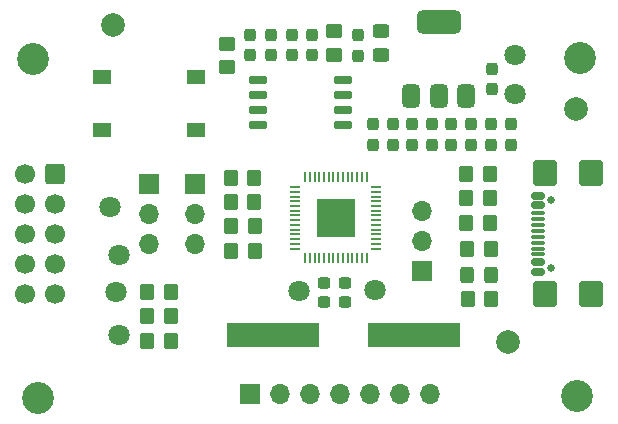
<source format=gbr>
%TF.GenerationSoftware,KiCad,Pcbnew,8.0.2*%
%TF.CreationDate,2025-07-17T16:33:10+07:00*%
%TF.ProjectId,PicoLink,5069636f-4c69-46e6-9b2e-6b696361645f,rev?*%
%TF.SameCoordinates,Original*%
%TF.FileFunction,Soldermask,Top*%
%TF.FilePolarity,Negative*%
%FSLAX46Y46*%
G04 Gerber Fmt 4.6, Leading zero omitted, Abs format (unit mm)*
G04 Created by KiCad (PCBNEW 8.0.2) date 2025-07-17 16:33:10*
%MOMM*%
%LPD*%
G01*
G04 APERTURE LIST*
G04 Aperture macros list*
%AMRoundRect*
0 Rectangle with rounded corners*
0 $1 Rounding radius*
0 $2 $3 $4 $5 $6 $7 $8 $9 X,Y pos of 4 corners*
0 Add a 4 corners polygon primitive as box body*
4,1,4,$2,$3,$4,$5,$6,$7,$8,$9,$2,$3,0*
0 Add four circle primitives for the rounded corners*
1,1,$1+$1,$2,$3*
1,1,$1+$1,$4,$5*
1,1,$1+$1,$6,$7*
1,1,$1+$1,$8,$9*
0 Add four rect primitives between the rounded corners*
20,1,$1+$1,$2,$3,$4,$5,0*
20,1,$1+$1,$4,$5,$6,$7,0*
20,1,$1+$1,$6,$7,$8,$9,0*
20,1,$1+$1,$8,$9,$2,$3,0*%
G04 Aperture macros list end*
%ADD10RoundRect,0.237500X0.300000X0.237500X-0.300000X0.237500X-0.300000X-0.237500X0.300000X-0.237500X0*%
%ADD11RoundRect,0.250000X-0.450000X0.325000X-0.450000X-0.325000X0.450000X-0.325000X0.450000X0.325000X0*%
%ADD12RoundRect,0.237500X0.237500X-0.300000X0.237500X0.300000X-0.237500X0.300000X-0.237500X-0.300000X0*%
%ADD13RoundRect,0.250000X0.350000X0.450000X-0.350000X0.450000X-0.350000X-0.450000X0.350000X-0.450000X0*%
%ADD14R,7.875000X2.000000*%
%ADD15RoundRect,0.250000X0.325000X0.450000X-0.325000X0.450000X-0.325000X-0.450000X0.325000X-0.450000X0*%
%ADD16RoundRect,0.237500X-0.237500X0.300000X-0.237500X-0.300000X0.237500X-0.300000X0.237500X0.300000X0*%
%ADD17R,1.550000X1.300000*%
%ADD18RoundRect,0.150000X-0.650000X-0.150000X0.650000X-0.150000X0.650000X0.150000X-0.650000X0.150000X0*%
%ADD19RoundRect,0.375000X0.375000X-0.625000X0.375000X0.625000X-0.375000X0.625000X-0.375000X-0.625000X0*%
%ADD20RoundRect,0.500000X1.400000X-0.500000X1.400000X0.500000X-1.400000X0.500000X-1.400000X-0.500000X0*%
%ADD21RoundRect,0.250000X-0.350000X-0.450000X0.350000X-0.450000X0.350000X0.450000X-0.350000X0.450000X0*%
%ADD22RoundRect,0.250000X-0.450000X0.350000X-0.450000X-0.350000X0.450000X-0.350000X0.450000X0.350000X0*%
%ADD23C,2.700000*%
%ADD24C,2.000000*%
%ADD25C,0.650000*%
%ADD26RoundRect,0.150000X0.425000X-0.150000X0.425000X0.150000X-0.425000X0.150000X-0.425000X-0.150000X0*%
%ADD27RoundRect,0.075000X0.500000X-0.075000X0.500000X0.075000X-0.500000X0.075000X-0.500000X-0.075000X0*%
%ADD28RoundRect,0.250000X0.750000X-0.840000X0.750000X0.840000X-0.750000X0.840000X-0.750000X-0.840000X0*%
%ADD29RoundRect,0.050000X-0.387500X-0.050000X0.387500X-0.050000X0.387500X0.050000X-0.387500X0.050000X0*%
%ADD30RoundRect,0.050000X-0.050000X-0.387500X0.050000X-0.387500X0.050000X0.387500X-0.050000X0.387500X0*%
%ADD31R,3.200000X3.200000*%
%ADD32RoundRect,0.250000X0.450000X-0.350000X0.450000X0.350000X-0.450000X0.350000X-0.450000X-0.350000X0*%
%ADD33R,1.700000X1.700000*%
%ADD34O,1.700000X1.700000*%
%ADD35RoundRect,0.250000X0.600000X0.600000X-0.600000X0.600000X-0.600000X-0.600000X0.600000X-0.600000X0*%
%ADD36C,1.700000*%
%ADD37C,1.800000*%
G04 APERTURE END LIST*
D10*
%TO.C,C23*%
X156462500Y-98200000D03*
X154737500Y-98200000D03*
%TD*%
D11*
%TO.C,D3*%
X159550001Y-76825002D03*
X159549999Y-78874998D03*
%TD*%
D12*
%TO.C,C18*%
X168950000Y-81762500D03*
X168950000Y-80037500D03*
%TD*%
D13*
%TO.C,R23*%
X148800000Y-89250000D03*
X146800000Y-89250000D03*
%TD*%
%TO.C,R25*%
X148850000Y-93350000D03*
X146850000Y-93350000D03*
%TD*%
D14*
%TO.C,Y2*%
X150412500Y-102600000D03*
X162287500Y-102600000D03*
%TD*%
D15*
%TO.C,D2*%
X168874998Y-97450001D03*
X166825002Y-97449999D03*
%TD*%
D16*
%TO.C,C32*%
X167150000Y-84737500D03*
X167150000Y-86462500D03*
%TD*%
%TO.C,C21*%
X151950000Y-77175000D03*
X151950000Y-78900000D03*
%TD*%
%TO.C,C17*%
X157550000Y-77187500D03*
X157550000Y-78912500D03*
%TD*%
D17*
%TO.C,SW2*%
X135875000Y-80700000D03*
X143825000Y-80700000D03*
X135875000Y-85200000D03*
X143825000Y-85200000D03*
%TD*%
D16*
%TO.C,C28*%
X170500000Y-84737500D03*
X170500000Y-86462500D03*
%TD*%
D10*
%TO.C,C1*%
X156462500Y-99750000D03*
X154737500Y-99750000D03*
%TD*%
D13*
%TO.C,R1*%
X168799997Y-95249998D03*
X166799997Y-95249998D03*
%TD*%
D18*
%TO.C,U4*%
X149100003Y-80995000D03*
X149100000Y-82265000D03*
X149100000Y-83535000D03*
X149099999Y-84804999D03*
X156299997Y-84805000D03*
X156300000Y-83535000D03*
X156300000Y-82265000D03*
X156300001Y-80995001D03*
%TD*%
D19*
%TO.C,U6*%
X162100000Y-82349999D03*
X164400000Y-82350000D03*
D20*
X164400000Y-76050000D03*
D19*
X166699999Y-82350001D03*
%TD*%
D16*
%TO.C,C16*%
X153650001Y-77175001D03*
X153650001Y-78900001D03*
%TD*%
D21*
%TO.C,R17*%
X139700000Y-101000000D03*
X141700000Y-101000000D03*
%TD*%
D16*
%TO.C,C27*%
X168850000Y-84737500D03*
X168850000Y-86462500D03*
%TD*%
D22*
%TO.C,R22*%
X155550000Y-76850000D03*
X155550000Y-78850000D03*
%TD*%
D13*
%TO.C,R21*%
X168850000Y-99550000D03*
X166850000Y-99550000D03*
%TD*%
D16*
%TO.C,C30*%
X163800000Y-84737500D03*
X163800000Y-86462500D03*
%TD*%
D23*
%TO.C,H6*%
X130100000Y-79200000D03*
%TD*%
D13*
%TO.C,R26*%
X148850000Y-95450000D03*
X146850000Y-95450000D03*
%TD*%
D24*
%TO.C,FID3*%
X136850000Y-76300000D03*
%TD*%
D16*
%TO.C,C26*%
X160500000Y-84737500D03*
X160500000Y-86462500D03*
%TD*%
D21*
%TO.C,R19*%
X139700000Y-103050000D03*
X141700000Y-103050000D03*
%TD*%
D13*
%TO.C,R6*%
X168749996Y-88899997D03*
X166749996Y-88899997D03*
%TD*%
D23*
%TO.C,H5*%
X176350000Y-79150000D03*
%TD*%
D25*
%TO.C,J2*%
X173895000Y-96890000D03*
X173895002Y-91110000D03*
D26*
X172820000Y-97200000D03*
X172820001Y-96400001D03*
D27*
X172820003Y-95250002D03*
X172820000Y-94250002D03*
X172819998Y-93750001D03*
X172820000Y-92749999D03*
D26*
X172819999Y-91599999D03*
X172819997Y-90800000D03*
X172819997Y-90800000D03*
X172819999Y-91599999D03*
D27*
X172820002Y-92250002D03*
X172820000Y-93250001D03*
X172820000Y-94749999D03*
X172819997Y-95750000D03*
D26*
X172820001Y-96400001D03*
X172820000Y-97200000D03*
D28*
X177325000Y-99110002D03*
X173394999Y-99109996D03*
X177325002Y-88889999D03*
X173395000Y-88889998D03*
%TD*%
D13*
%TO.C,R13*%
X168749997Y-90949998D03*
X166749997Y-90949998D03*
%TD*%
D16*
%TO.C,C29*%
X162150000Y-84737500D03*
X162150000Y-86462500D03*
%TD*%
D23*
%TO.C,H3*%
X176100000Y-107700000D03*
%TD*%
D24*
%TO.C,FID1*%
X170250000Y-103200000D03*
%TD*%
D13*
%TO.C,R12*%
X168749997Y-93099998D03*
X166749997Y-93099998D03*
%TD*%
D16*
%TO.C,C20*%
X148450002Y-77175002D03*
X148450002Y-78900002D03*
%TD*%
%TO.C,C19*%
X158850000Y-84737500D03*
X158850000Y-86462500D03*
%TD*%
D29*
%TO.C,RP1*%
X152262500Y-90050000D03*
X152262500Y-90450000D03*
X152262500Y-90850000D03*
X152262500Y-91250000D03*
X152262500Y-91650000D03*
X152262500Y-92050000D03*
X152262500Y-92450000D03*
X152262500Y-92850000D03*
X152262500Y-93250000D03*
X152262500Y-93650000D03*
X152262500Y-94050000D03*
X152262500Y-94450000D03*
X152262500Y-94850000D03*
X152262500Y-95250000D03*
D30*
X153100000Y-96087500D03*
X153500000Y-96087500D03*
X153900000Y-96087500D03*
X154300000Y-96087500D03*
X154700000Y-96087500D03*
X155100000Y-96087500D03*
X155500000Y-96087500D03*
X155900000Y-96087500D03*
X156300000Y-96087500D03*
X156700000Y-96087500D03*
X157100000Y-96087500D03*
X157500000Y-96087500D03*
X157900000Y-96087500D03*
X158300000Y-96087500D03*
D29*
X159137500Y-95250000D03*
X159137500Y-94850000D03*
X159137500Y-94450000D03*
X159137500Y-94050000D03*
X159137500Y-93650000D03*
X159137500Y-93250000D03*
X159137500Y-92850000D03*
X159137500Y-92450000D03*
X159137500Y-92050000D03*
X159137500Y-91650000D03*
X159137500Y-91250000D03*
X159137500Y-90850000D03*
X159137500Y-90450000D03*
X159137500Y-90050000D03*
D30*
X158300000Y-89212500D03*
X157900000Y-89212500D03*
X157500000Y-89212500D03*
X157100000Y-89212500D03*
X156700000Y-89212500D03*
X156300000Y-89212500D03*
X155900000Y-89212500D03*
X155500000Y-89212500D03*
X155100000Y-89212500D03*
X154700000Y-89212500D03*
X154300000Y-89212500D03*
X153900000Y-89212500D03*
X153500000Y-89212500D03*
X153100000Y-89212500D03*
D31*
X155700000Y-92650000D03*
%TD*%
D24*
%TO.C,FID2*%
X176000000Y-83450000D03*
%TD*%
D32*
%TO.C,R20*%
X146450000Y-79900000D03*
X146450000Y-77900000D03*
%TD*%
D23*
%TO.C,H4*%
X130500000Y-107900000D03*
%TD*%
D16*
%TO.C,C22*%
X150200002Y-77175003D03*
X150200002Y-78900003D03*
%TD*%
%TO.C,C31*%
X165450000Y-84737500D03*
X165450000Y-86462500D03*
%TD*%
D13*
%TO.C,R24*%
X148800000Y-91300000D03*
X146800000Y-91300000D03*
%TD*%
D21*
%TO.C,R14*%
X139700000Y-98900000D03*
X141700000Y-98900000D03*
%TD*%
D33*
%TO.C,J8*%
X148430000Y-107600000D03*
D34*
X150970000Y-107600000D03*
X153510000Y-107600000D03*
X156050000Y-107600000D03*
X158590000Y-107600000D03*
X161130000Y-107600000D03*
X163670000Y-107600000D03*
%TD*%
D33*
%TO.C,J4*%
X139850000Y-89775000D03*
D34*
X139850000Y-92315000D03*
X139850000Y-94855000D03*
%TD*%
D35*
%TO.C,J3*%
X131900000Y-88920000D03*
D36*
X129360000Y-88920000D03*
X131900000Y-91460000D03*
X129360000Y-91460000D03*
X131900000Y-94000000D03*
X129360000Y-94000000D03*
X131900000Y-96540000D03*
X129360000Y-96540000D03*
X131900000Y-99080000D03*
X129360000Y-99080000D03*
%TD*%
D33*
%TO.C,J7*%
X143800000Y-89760000D03*
D34*
X143800000Y-92300000D03*
X143800000Y-94840000D03*
%TD*%
D33*
%TO.C,J9*%
X163000001Y-97140003D03*
D34*
X163000000Y-94600000D03*
X163000001Y-92060003D03*
%TD*%
D37*
X170900000Y-82200000D03*
X170850000Y-78837500D03*
X136550000Y-91750000D03*
X137300000Y-95800000D03*
X137109099Y-98909099D03*
X137301471Y-102600000D03*
X152600000Y-98825000D03*
X159050000Y-98750000D03*
M02*

</source>
